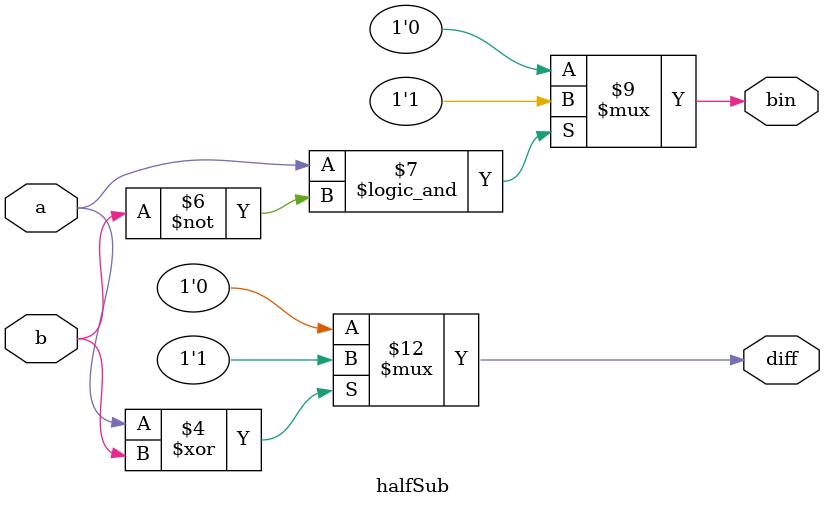
<source format=v>
module halfSub (
    a, b, diff, bin
);   

input a, b;
output diff, bin;
reg diff, bin;

always @(a or b or diff or bin) begin
    if(a == 1'b1 ^ b == 1'b1)
        diff = 1'b1;
    else
        diff = 1'b0;

    if(a == 1'b1 && b == 1'b0)
        bin = 1'b1;
    else
        bin = 1'b0;
    
end
    
endmodule
</source>
